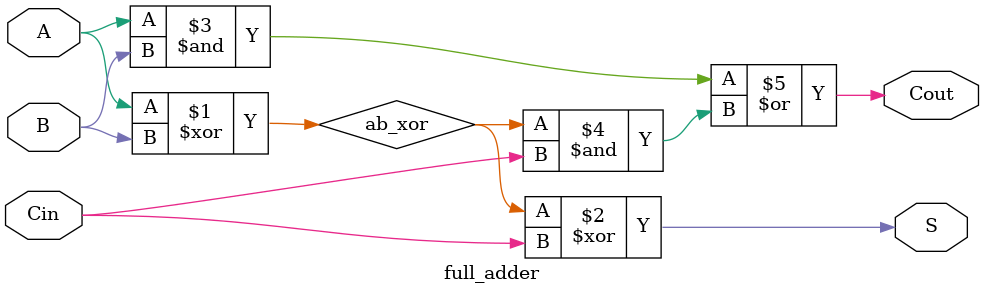
<source format=v>
module full_adder (A, B, Cin, S, Cout);
// full_adder - a simple full adder

// ========== IO INTERFACE ==========
// ========== IO INTERFACE ==========
// inputs A, B, carry in
input A;
input B;
input Cin;

// sum and carry out
output S;
output Cout;


// ========== WIRES ==========
// ========== WIRES ==========
// wires
wire ab_xor;
wire S;
wire Cout;

// logic
assign ab_xor = A ^ B;
assign S = ab_xor ^ Cin;
assign Cout = (A & B) | (ab_xor & Cin);

endmodule
</source>
